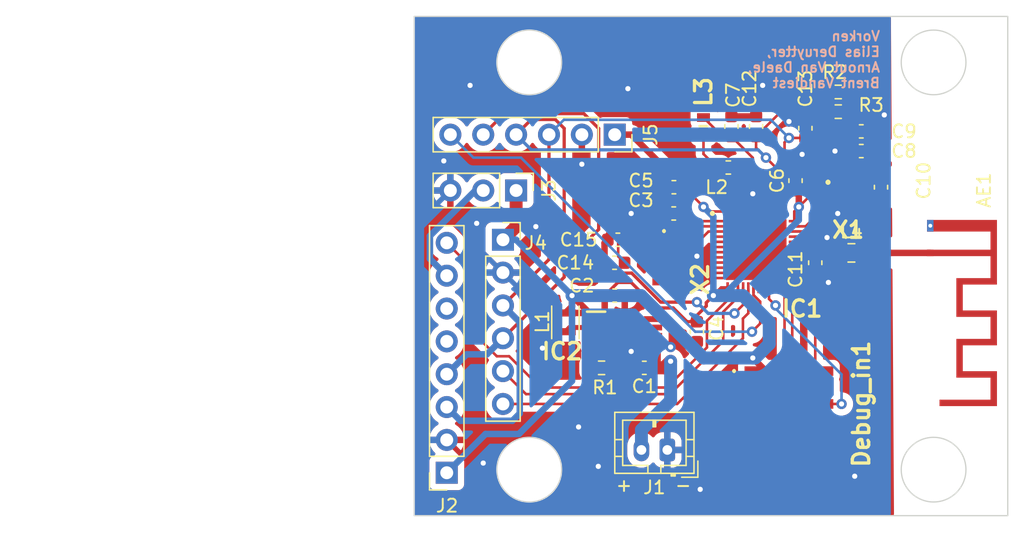
<source format=kicad_pcb>
(kicad_pcb (version 20221018) (generator pcbnew)
  (layers (0 "F.Cu" signal) (31 "B.Cu" signal) (34 "B.Paste" user) (35 "F.Paste" user) (36 "B.SilkS" user "B.Silkscreen") (37 "F.SilkS" user "F.Silkscreen") (38 "B.Mask" user) (39 "F.Mask" user) (44 "Edge.Cuts" user))
  (net 0 "")
  (net 1 "Net-(AE1-A)")
  (net 2 "Net-(IC2-EN)")
  (net 3 "GND")
  (net 4 "VDD")
  (net 5 "Net-(IC1-DEC1)")
  (net 6 "Net-(IC1-DEC4)")
  (net 7 "Net-(IC1-XC2)")
  (net 8 "Net-(IC1-XC1)")
  (net 9 "Net-(IC1-DEC3)")
  (net 10 "Net-(IC1-ANT)")
  (net 11 "SDA")
  (net 12 "SCL")
  (net 13 "Net-(IC1-P0.00{slash}XL1)")
  (net 14 "Net-(IC1-P0.01{slash}XL2)")
  (net 15 "SWDIO")
  (net 16 "SWDCLK")
  (net 17 "SWO")
  (net 20 "NRESET")
  (net 30 "Acc_int")
  (net 31 "ToF1_INT")
  (net 32 "ToF2_INT")
  (net 33 "ToF1_XSHUT")
  (net 34 "ToF2_XSHUT")
  (net 49 "Net-(IC1-DCC)")
  (net 50 "Net-(IC2-SW)")
  (net 51 "Net-(IC2-VSET)")
  (net 55 "Net-(J2-Pin_7)")
  (net 56 "Net-(L2-Pad1)")
  (footprint "Capacitor_SMD:C_0603_1608Metric" (layer "F.Cu") (at 142.748 62.23)
    (fp_text reference "C8")
    (fp_text value "12pF")
  )
  (footprint "footprints:QFN40P600X600X95-49N" (layer "F.Cu") (at 134.62 69.85)
    (fp_text reference "IC1")
    (fp_text value "NRF52832-QFAA-G-R7" hide)
  )
  (footprint "Inductor_SMD:L_0805_2012Metric_Pad1.15x1.40mm_HandSolder" (layer "F.Cu") (at 141.986 70.104)
    (fp_text reference "L4")
    (fp_text value "3.9nH")
  )
  (footprint "Capacitor_SMD:C_0603_1608Metric" (layer "F.Cu") (at 137.668 64.516 90)
    (fp_text reference "C6")
    (fp_text value "4.7uF")
  )
  (footprint "Capacitor_SMD:C_0603_1608Metric" (layer "F.Cu") (at 125.984 78.994 180)
    (fp_text reference "C1")
    (fp_text value "4.7uF")
  )
  (footprint "Capacitor_SMD:C_0603_1608Metric" (layer "F.Cu") (at 123.698 73.406)
    (fp_text reference "C2")
    (fp_text value "10uF")
  )
  (footprint "Connector_PinSocket_2.54mm:PinSocket_1x06_P2.54mm_Vertical" (layer "F.Cu") (at 123.698 60.96 -90)
    (fp_text reference "J5")
    (fp_text value "Conn_01x06_Socket")
  )
  (footprint "footprints:SOP65P490X110-9N" (layer "F.Cu") (at 124.46 76.2)
    (fp_text reference "IC2")
    (fp_text value "TPS62842DGRR" hide)
  )
  (footprint "Connector_JST:JST_PH_B2B-PH-K_1x02_P2.00mm_Vertical" (layer "F.Cu") (at 127.762 85.344 180)
    (fp_text reference "J1")
    (fp_text value "Battery power in")
  )
  (footprint "footprints:LQW18AS10NG0CD" (layer "F.Cu") (at 130.556 60.298 -90)
    (fp_text reference "L3")
    (fp_text value "15nH" hide)
  )
  (footprint "Capacitor_SMD:C_0603_1608Metric" (layer "F.Cu") (at 138.43 60.465 90)
    (fp_text reference "C13")
    (fp_text value "12pF")
  )
  (footprint "Resistor_SMD:R_0603_1608Metric" (layer "F.Cu") (at 140.97 59.182 180)
    (fp_text reference "R3")
    (fp_text value "4,7kOhm")
  )
  (footprint "Capacitor_SMD:C_0603_1608Metric" (layer "F.Cu") (at 132.715 60.325 90)
    (fp_text reference "C7")
    (fp_text value "1uF")
  )
  (footprint "Capacitor_SMD:C_0603_1608Metric" (layer "F.Cu") (at 123.939 69.088 180)
    (fp_text reference "C15")
    (fp_text value "12pF")
  )
  (footprint "Connector_PinSocket_2.54mm:PinSocket_1x06_P2.54mm_Vertical" (layer "F.Cu") (at 115.062 69.088)
    (fp_text reference "J4")
    (fp_text value "Conn_01x06_Socket")
  )
  (footprint "footprints:FTSH10501LDVK" (layer "F.Cu") (at 135.122 81.788 -90)
    (fp_text reference "Debug_in1")
    (fp_text value "Pin header 2x5, 1.27mm" hide)
  )
  (footprint "footprints:CX2016DB32000D0FLJCC" (layer "F.Cu") (at 141.478 65.34 -90)
    (fp_text reference "X1")
    (fp_text value "32MHz" hide)
  )
  (footprint "Resistor_SMD:R_0603_1608Metric" (layer "F.Cu") (at 122.682 78.994)
    (fp_text reference "R1")
    (fp_text value "11.5kOhm")
  )
  (footprint "Capacitor_SMD:C_0603_1608Metric" (layer "F.Cu") (at 142.748 60.706)
    (fp_text reference "C9")
    (fp_text value "12pF")
  )
  (footprint "Inductor_SMD:L_Murata_DFE201610P" (layer "F.Cu") (at 119.888 75.475 -90)
    (fp_text reference "L1")
    (fp_text value "2.2uH")
  )
  (footprint "Capacitor_SMD:C_0603_1608Metric" (layer "F.Cu") (at 134.62 60.325 90)
    (fp_text reference "C12")
    (fp_text value "12pF")
  )
  (footprint "Capacitor_SMD:C_0603_1608Metric" (layer "F.Cu") (at 144.272 65.024 -90)
    (fp_text reference "C10")
    (fp_text value "100pF")
  )
  (footprint "RF_Antenna:Texas_SWRA117D_2.4GHz_Right" (layer "F.Cu") (at 148.082 70.104 -90)
    (fp_text reference "AE1")
    (fp_text value "Antenna")
  )
  (footprint "Capacitor_SMD:C_0603_1608Metric" (layer "F.Cu") (at 139.192 70.866 -90)
    (fp_text reference "C11")
    (fp_text value "0.8pF")
  )
  (footprint "Capacitor_SMD:C_0603_1608Metric" (layer "F.Cu") (at 130.048 76.2 -90)
    (fp_text reference "C4")
    (fp_text value "100nF")
  )
  (footprint "Inductor_SMD:L_0603_1608Metric_Pad1.05x0.95mm_HandSolder" (layer "F.Cu") (at 132.475 63.5)
    (fp_text reference "L2")
    (fp_text value "10uH")
  )
  (footprint "footprints:NX3215SA32768KSTDMUA9" (layer "F.Cu") (at 127.508 70.866 -90)
    (fp_text reference "X2")
    (fp_text value "32.768kHz" hide)
  )
  (footprint "Resistor_SMD:R_0603_1608Metric" (layer "F.Cu") (at 140.97 57.658 180)
    (fp_text reference "R2")
    (fp_text value "4,7kOhm")
  )
  (footprint "Connector_PinSocket_2.54mm:PinSocket_1x08_P2.54mm_Vertical" (layer "F.Cu") (at 110.719 87.107 180)
    (fp_text reference "J2")
    (fp_text value "Conn_01x08_Socket")
  )
  (footprint "Capacitor_SMD:C_0603_1608Metric" (layer "F.Cu") (at 128.257 67.056)
    (fp_text reference "C3")
    (fp_text value "100nF")
  )
  (footprint "Capacitor_SMD:C_0603_1608Metric" (layer "F.Cu") (at 128.27 65.024 180)
    (fp_text reference "C5")
    (fp_text value "100nF")
  )
  (footprint "Connector_PinHeader_2.54mm:PinHeader_1x03_P2.54mm_Vertical" (layer "F.Cu") (at 116.078 65.278 -90)
    (fp_text reference "J3")
    (fp_text value "Conn_01x03_Pin")
  )
  (footprint "Capacitor_SMD:C_0603_1608Metric" (layer "F.Cu") (at 123.685 70.866 180)
    (fp_text reference "C14")
    (fp_text value "12pF")
  )
  (gr_circle (center 148.336 86.868) (end 150.836 86.868) (stroke (width 0.1)) (fill none) (layer "Edge.Cuts"))
  (gr_rect (start 108.204 51.816) (end 154.064733 90.424) (stroke (width 0.1)) (fill none) (layer "Edge.Cuts"))
  (gr_circle (center 117.094 86.868) (end 119.594 86.868) (stroke (width 0.1)) (fill none) (layer "Edge.Cuts"))
  (gr_circle (center 117.094 55.372) (end 119.594 55.372) (stroke (width 0.1)) (fill none) (layer "Edge.Cuts"))
  (gr_circle (center 148.336 55.372) (end 150.836 55.372) (stroke (width 0.1)) (fill none) (layer "Edge.Cuts"))
  (gr_text "Vorken\nElias Deruytter, \nArnout Van Daele, \nBrent Vandiest" (at 144.272 57.404) (layer "B.SilkS") (effects (font (size 0.75 0.75)) (justify left bottom mirror)))
  (gr_text "-" (at 128.27 88.646) (layer "F.SilkS") (effects (font (size 1 1)) (justify left bottom)))
  (gr_text "+" (at 123.698 88.646) (layer "F.SilkS") (effects (font (size 1 1)) (justify left bottom)))
  (segment (start 143.011 70.104) (end 145.043 70.104) (width 0.5) (layer "F.Cu") (net 1))
  (segment (start 148.082 70.104) (end 148.069 70.091) (width 0.2) (layer "F.Cu") (net 1))
  (segment (start 145.043 70.104) (end 148.082 70.104) (width 0.5) (layer "F.Cu") (net 1))
  (segment (start 126.759 78.994) (end 127.508 78.994) (width 1) (layer "F.Cu") (net 2))
  (segment (start 126.759 78.994) (end 126.759 76.962) (width 1) (layer "F.Cu") (net 2))
  (segment (start 127.508 78.994) (end 128.016 78.486) (width 1) (layer "F.Cu") (net 2))
  (via (at 128.016 78.486) (size 0.8) (drill 0.4) (layers "F.Cu" "B.Cu") (net 2))
  (segment (start 128.016 81.534) (end 128.016 78.486) (width 1) (layer "B.Cu") (net 2))
  (segment (start 125.762 83.788) (end 128.016 81.534) (width 1) (layer "B.Cu") (net 2))
  (segment (start 125.762 85.344) (end 125.762 83.788) (width 1) (layer "B.Cu") (net 2))
  (segment (start 138.195 69.65) (end 137.57 69.65) (width 0.2) (layer "F.Cu") (net 3))
  (segment (start 138.595 69.25) (end 138.195 69.65) (width 0.2) (layer "F.Cu") (net 3))
  (segment (start 144.272 64.249) (end 144.673 63.848) (width 0.2) (layer "F.Cu") (net 3))
  (segment (start 141.6 62.23) (end 140.716 62.23) (width 0.2) (layer "F.Cu") (net 3))
  (segment (start 144.673 63.848) (end 144.673 59.583) (width 0.2) (layer "F.Cu") (net 3))
  (segment (start 140.208 72.39) (end 139.459 71.641) (width 0.5) (layer "F.Cu") (net 3))
  (segment (start 124.46 77.216) (end 124.968 77.724) (width 0.381) (layer "F.Cu") (net 3))
  (segment (start 140.101222 68.9175) (end 139.281556 68.9175) (width 0.2) (layer "F.Cu") (net 3))
  (segment (start 141.6 64.008) (end 141.6 62.23) (width 0.2) (layer "F.Cu") (net 3))
  (segment (start 139.281556 68.9175) (end 138.949056 69.25) (width 0.2) (layer "F.Cu") (net 3))
  (segment (start 133.62 68.85) (end 134.62 69.85) (width 0.2) (layer "F.Cu") (net 3))
  (segment (start 133.604 68.834) (end 133.62 68.85) (width 0.2) (layer "F.Cu") (net 3))
  (segment (start 139.459 71.641) (end 139.192 71.641) (width 0.5) (layer "F.Cu") (net 3))
  (segment (start 141.973 60.973) (end 141.973 60.706) (width 0.381) (layer "F.Cu") (net 3))
  (segment (start 112.512 86.36) (end 113.538 86.36) (width 0.4) (layer "F.Cu") (net 3))
  (segment (start 126.66 75.225) (end 125.435 75.225) (width 0.381) (layer "F.Cu") (net 3))
  (segment (start 127.495 67.043) (end 127.482 67.056) (width 0.381) (layer "F.Cu") (net 3))
  (segment (start 125.209 77.724) (end 125.209 78.994) (width 0.381) (layer "F.Cu") (net 3))
  (segment (start 124.968 77.724) (end 125.209 77.724) (width 0.381) (layer "F.Cu") (net 3))
  (segment (start 133.62 66.9) (end 133.62 66.278) (width 0.2) (layer "F.Cu") (net 3))
  (segment (start 124.135 76.525) (end 124.46 76.2) (width 0.381) (layer "F.Cu") (net 3))
  (segment (start 138.176 62.484) (end 137.668 62.992) (width 0.381) (layer "F.Cu") (net 3))
  (segment (start 127.495 65.024) (end 127.495 67.043) (width 0.381) (layer "F.Cu") (net 3))
  (segment (start 140.928 67.056) (end 140.928 66.486) (width 0.2) (layer "F.Cu") (net 3))
  (segment (start 133.62 66.278) (end 134.366 65.532) (width 0.2) (layer "F.Cu") (net 3))
  (segment (start 137.668 62.992) (end 137.668 63.741) (width 0.381) (layer "F.Cu") (net 3))
  (segment (start 122.91 69.342) (end 123.164 69.088) (width 0.5) (layer "F.Cu") (net 3))
  (segment (start 124.46 73.419) (end 124.46 76.2) (width 0.2) (layer "F.Cu") (net 3))
  (segment (start 124.46 76.2) (end 124.46 77.216) (width 0.381) (layer "F.Cu") (net 3))
  (segment (start 138.43 59.69) (end 137.414 59.69) (width 0.381) (layer "F.Cu") (net 3))
  (segment (start 110.719 84.567) (end 112.512 86.36) (width 0.4) (layer "F.Cu") (net 3))
  (segment (start 128.4275 76.975) (end 130.048 76.975) (width 0.381) (layer "F.Cu") (net 3))
  (segment (start 123.164 68.802314) (end 124.910314 67.056) (width 0.2) (layer "F.Cu") (net 3))
  (segment (start 133.62 66.9) (end 133.604 68.834) (width 0.2) (layer "F.Cu") (net 3))
  (segment (start 138.949056 69.25) (end 138.595 69.25) (width 0.2) (layer "F.Cu") (net 3))
  (segment (start 142.028 64.436) (end 141.6 64.008) (width 0.2) (layer "F.Cu") (net 3))
  (segment (start 128.016 77.3865) (end 128.4275 76.975) (width 0.381) (layer "F.Cu") (net 3))
  (segment (start 110.998 67.564) (end 110.998 65.278) (width 0.381) (layer "F.Cu") (net 3))
  (segment (start 124.473 73.406) (end 124.46 73.419) (width 0.2) (layer "F.Cu") (net 3))
  (segment (start 124.968 67.056) (end 127.482 67.056) (width 0.2) (layer "F.Cu") (net 3))
  (segment (start 134.82 69.65) (end 134.62 69.85) (width 0.2) (layer "F.Cu") (net 3))
  (segment (start 137.414 59.69) (end 137.16 59.944) (width 0.381) (layer "F.Cu") (net 3))
  (segment (start 125.435 75.225) (end 124.46 76.2) (width 0.381) (layer "F.Cu") (net 3))
  (segment (start 124.910314 67.056) (end 124.968 67.056) (width 0.2) (layer "F.Cu") (net 3))
  (segment (start 122.26 76.525) (end 124.135 76.525) (width 0.381) (layer "F.Cu") (net 3))
  (segment (start 121.158 63.246) (end 121.158 60.96) (width 0.381) (layer "F.Cu") (net 3))
  (segment (start 123.164 69.088) (end 123.164 68.802314) (width 0.2) (layer "F.Cu") (net 3))
  (segment (start 141.973 62.23) (end 140.716 62.23) (width 0.2) (layer "F.Cu") (net 3))
  (segment (start 140.716 62.23) (end 141.973 60.973) (width 0.381) (layer "F.Cu") (net 3))
  (segment (start 122.91 70.866) (end 122.91 69.342) (width 0.5) (layer "F.Cu") (net 3))
  (segment (start 137.57 69.65) (end 134.82 69.65) (width 0.2) (layer "F.Cu") (net 3))
  (segment (start 144.673 59.583) (end 144.526 59.436) (width 0.2) (layer "F.Cu") (net 3))
  (segment (start 115.062 71.628) (end 110.998 67.564) (width 0.381) (layer "F.Cu") (net 3))
  (via (at 124.714 57.404) (size 0.8) (drill 0.4) (layers "F.Cu" "B.Cu") (net 3))
  (via (at 120.904 83.566) (size 0.8) (drill 0.4) (layers "F.Cu" "B.Cu") (net 3))
  (via (at 118.11 77.47) (size 0.8) (drill 0.4) (layers "F.Cu" "B.Cu") (net 3))
  (via (at 122.428 86.614) (size 0.8) (drill 0.4) (layers "F.Cu" "B.Cu") (net 3))
  (via (at 140.928 67.056) (size 0.8) (drill 0.4) (layers "F.Cu" "B.Cu") (net 3))
  (via (at 130.302 88.392) (size 0.8) (drill 0.4) (layers "F.Cu" "B.Cu") (net 3))
  (via (at 124.968 77.724) (size 0.8) (drill 0.4) (layers "F.Cu" "B.Cu") (net 3))
  (via (at 121.158 63.246) (size 0.8) (drill 0.4) (layers "F.Cu" "B.Cu") (net 3))
  (via (at 142.24 87.376) (size 0.8) (drill 0.4) (layers "F.Cu" "B.Cu") (net 3))
  (via (at 140.716 62.23) (size 0.8) (drill 0.4) (layers "F.Cu" "B.Cu") (net 3))
  (via (at 138.176 62.484) (size 0.8) (drill 0.4) (layers "F.Cu" "B.Cu") (net 3))
  (via (at 140.101222 68.9175) (size 0.8) (drill 0.4) (layers "F.Cu" "B.Cu") (net 3))
  (via (at 140.208 72.39) (size 0.8) (drill 0.4) (layers "F.Cu" "B.Cu") (net 3))
  (via (at 144.526 59.436) (size 0.8) (drill 0.4) (layers "F.Cu" "B.Cu") (net 3))
  (via (at 113.03 67.818) (size 0.8) (drill 0.4) (layers "F.Cu" "B.Cu") (net 3))
  (via (at 112.522 57.15) (size 0.8) (drill 0.4) (layers "F.Cu" "B.Cu") (net 3))
  (via (at 110.49 62.992) (size 0.8) (drill 0.4) (layers "F.Cu" "B.Cu") (net 3))
  (via (at 134.366 65.532) (size 0.8) (drill 0.4) (layers "F.Cu" "B.Cu") (net 3))
  (via (at 137.16 59.944) (size 0.8) (drill 0.4) (layers "F.Cu" "B.Cu") (net 3))
  (via (at 130.048 70.358) (size 0.8) (drill 0.4) (layers "F.Cu" "B.Cu") (net 3))
  (via (at 117.602 68.072) (size 0.8) (drill 0.4) (layers "F.Cu" "B.Cu") (net 3))
  (via (at 113.538 86.36) (size 0.8) (drill 0.4) (layers "F.Cu" "B.Cu") (net 3))
  (via (at 128.016 77.3865) (size 0.8) (drill 0.4) (layers "F.Cu" "B.Cu") (net 3))
  (via (at 135.128 57.15) (size 0.8) (drill 0.4) (layers "F.Cu" "B.Cu") (net 3))
  (via (at 124.968 67.056) (size 0.8) (drill 0.4) (layers "F.Cu" "B.Cu") (net 3))
  (segment (start 113.03 69.596) (end 113.03 67.818) (width 0.381) (layer "B.Cu") (net 3))
  (segment (start 108.981 84.567) (end 108.966 84.582) (width 0.4) (layer "B.Cu") (net 3))
  (segment (start 118.11 74.676) (end 118.11 77.47) (width 0.381) (layer "B.Cu") (net 3))
  (segment (start 108.769 67.507) (end 110.998 65.278) (width 0.4) (layer "B.Cu") (net 3))
  (segment (start 108.966 84.582) (end 108.769 84.385) (width 0.4) (layer "B.Cu") (net 3))
  (segment (start 115.062 71.628) (end 113.03 69.596) (width 0.381) (layer "B.Cu") (net 3))
  (segment (start 115.062 71.628) (end 118.11 74.676) (width 0.381) (layer "B.Cu") (net 3))
  (segment (start 108.769 84.385) (end 108.769 67.507) (width 0.4) (layer "B.Cu") (net 3))
  (segment (start 110.719 84.567) (end 108.981 84.567) (width 0.4) (layer "B.Cu") (net 3))
  (segment (start 122.923 74.562) (end 122.898 74.562) (width 0.4) (layer "F.Cu") (net 4))
  (segment (start 120.396 73.406) (end 122.19 75.2) (width 0.5) (layer "F.Cu") (net 4))
  (segment (start 137.922 66.548) (end 137.922 65.545) (width 0.5) (layer "F.Cu") (net 4))
  (segment (start 137.57 67.65) (end 137.57 66.9) (width 0.2) (layer "F.Cu") (net 4))
  (segment (start 130.921 66.9) (end 129.045 65.024) (width 0.2) (layer "F.Cu") (net 4))
  (segment (start 130.773 73.951) (end 131.924 72.8) (width 0.25) (layer "F.Cu") (net 4))
  (segment (start 126.942 74.364) (end 128.225 74.364) (width 0.25) (layer "F.Cu") (net 4))
  (segment (start 130.773 74.214305) (end 130.773 73.951) (width 0.25) (layer "F.Cu") (net 4))
  (segment (start 131.924 72.8) (end 132.395 72.8) (width 0.25) (layer "F.Cu") (net 4))
  (segment (start 124.981 60.96) (end 123.698 60.96) (width 0.5) (layer "F.Cu") (net 4))
  (segment (start 137.57 66.9) (end 139.192 65.278) (width 0.2) (layer "F.Cu") (net 4))
  (segment (start 128.225 74.364) (end 129.286 75.425) (width 0.25) (layer "F.Cu") (net 4))
  (segment (start 122.923 73.406) (end 123.939 72.39) (width 0.25) (layer "F.Cu") (net 4))
  (segment (start 129.045 65.024) (end 124.981 60.96) (width 0.5) (layer "F.Cu") (net 4))
  (segment (start 116.078 68.072) (end 115.062 69.088) (width 1) (layer "F.Cu") (net 4))
  (segment (start 123.939 72.39) (end 124.968 72.39) (width 0.25) (layer "F.Cu") (net 4))
  (segment (start 120.396 74.242) (end 120.396 73.406) (width 0.5) (layer "F.Cu") (net 4))
  (segment (start 135.122 78.988) (end 134.366 78.232) (width 0.5) (layer "F.Cu") (net 4))
  (segment (start 122.923 74.562) (end 122.26 75.225) (width 0.4) (layer "F.Cu") (net 4))
  (segment (start 139.192 61.785) (end 141.795 59.182) (width 0.2) (layer "F.Cu") (net 4))
  (segment (start 124.968 72.39) (end 126.942 74.364) (width 0.25) (layer "F.Cu") (net 4))
  (segment (start 122.735 74.75) (end 122.923 74.562) (width 0.5) (layer "F.Cu") (net 4))
  (segment (start 119.888 74.75) (end 120.396 74.242) (width 0.5) (layer "F.Cu") (net 4))
  (segment (start 129.562305 75.425) (end 130.773 74.214305) (width 0.25) (layer "F.Cu") (net 4))
  (segment (start 116.078 65.278) (end 116.078 68.072) (width 1) (layer "F.Cu") (net 4))
  (segment (start 139.192 65.278) (end 139.192 61.785) (width 0.2) (layer "F.Cu") (net 4))
  (segment (start 122.19 75.2) (end 122.26 75.2) (width 0.5) (layer "F.Cu") (net 4))
  (segment (start 141.795 59.182) (end 141.795 57.658) (width 0.2) (layer "F.Cu") (net 4))
  (segment (start 122.898 74.562) (end 122.26 75.2) (width 0.4) (layer "F.Cu") (net 4))
  (segment (start 119.888 74.75) (end 122.735 74.75) (width 0.5) (layer "F.Cu") (net 4))
  (segment (start 129.286 75.425) (end 129.562305 75.425) (width 0.25) (layer "F.Cu") (net 4))
  (segment (start 135.122 79.248) (end 135.122 78.988) (width 0.2) (layer "F.Cu") (net 4))
  (segment (start 137.922 65.545) (end 137.668 65.291) (width 0.5) (layer "F.Cu") (net 4))
  (segment (start 122.923 73.406) (end 122.923 74.562) (width 0.5) (layer "F.Cu") (net 4))
  (segment (start 132.42 66.9) (end 130.921 66.9) (width 0.2) (layer "F.Cu") (net 4))
  (segment (start 120.396 73.406) (end 122.923 73.406) (width 0.5) (layer "F.Cu") (net 4))
  (via (at 137.922 66.548) (size 0.8) (drill 0.4) (layers "F.Cu" "B.Cu") (net 4))
  (via (at 134.366 78.232) (size 0.8) (drill 0.4) (layers "F.Cu" "B.Cu") (net 4))
  (via (at 131.318 73.406) (size 0.8) (drill 0.4) (layers "F.Cu" "B.Cu") (net 4))
  (via (at 120.396 73.406) (size 0.8) (drill 0.4) (layers "F.Cu" "B.Cu") (net 4))
  (via (at 130.556 66.548) (size 0.8) (drill 0.4) (layers "F.Cu" "B.Cu") (net 4))
  (segment (start 137.922 66.548) (end 137.922 67.564) (width 0.5) (layer "B.Cu") (net 4))
  (segment (start 137.922 67.564) (end 132.08 73.406) (width 0.5) (layer "B.Cu") (net 4))
  (segment (start 116.078 69.088) (end 115.062 69.088) (width 0.5) (layer "B.Cu") (net 4))
  (segment (start 131.318 67.31) (end 130.556 66.548) (width 0.5) (layer "B.Cu") (net 4))
  (segment (start 113.715975 84.110025) (end 116.295975 84.110025) (width 0.5) (layer "B.Cu") (net 4))
  (segment (start 134.552082 78.232) (end 135.636 77.148082) (width 1) (layer "B.Cu") (net 4))
  (segment (start 135.636 77.148082) (end 135.636 75.438) (width 1) (layer "B.Cu") (net 4))
  (segment (start 133.604 73.406) (end 131.318 73.406) (width 1) (layer "B.Cu") (net 4))
  (segment (start 134.366 78.232) (end 134.552082 78.232) (width 1) (layer "B.Cu") (net 4))
  (segment (start 135.636 75.438) (end 133.604 73.406) (width 1) (layer "B.Cu") (net 4))
  (segment (start 120.396 80.01) (end 120.396 73.406) (width 0.5) (layer "B.Cu") (net 4))
  (segment (start 131.318 73.406) (end 131.318 67.31) (width 0.5) (layer "B.Cu") (net 4))
  (segment (start 130.556 78.232) (end 134.366 78.232) (width 1) (layer "B.Cu") (net 4))
  (segment (start 120.396 73.406) (end 125.73 73.406) (width 1) (layer "B.Cu") (net 4))
  (segment (start 110.719 87.107) (end 113.715975 84.110025) (width 0.5) (layer "B.Cu") (net 4))
  (segment (start 125.73 73.406) (end 130.556 78.232) (width 1) (layer "B.Cu") (net 4))
  (segment (start 120.396 73.406) (end 116.078 69.088) (width 0.5) (layer "B.Cu") (net 4))
  (segment (start 116.295975 84.110025) (end 120.396 80.01) (width 0.5) (layer "B.Cu") (net 4))
  (segment (start 132.08 73.406) (end 131.318 73.406) (width 0.5) (layer "B.Cu") (net 4))
  (segment (start 129.626 67.65) (end 129.032 67.056) (width 0.2) (layer "F.Cu") (net 5))
  (segment (start 131.67 67.65) (end 129.626 67.65) (width 0.2) (layer "F.Cu") (net 5))
  (segment (start 134.366 64.008) (end 133.22 65.154) (width 0.2) (layer "F.Cu") (net 6))
  (segment (start 130.556 59.636) (end 132.02 61.1) (width 0.2) (layer "F.Cu") (net 6))
  (segment (start 132.02 61.1) (end 132.715 61.1) (width 0.2) (layer "F.Cu") (net 6))
  (segment (start 132.715 61.1) (end 134.366 62.751) (width 0.2) (layer "F.Cu") (net 6))
  (segment (start 133.22 65.154) (end 133.22 66.9) (width 0.2) (layer "F.Cu") (net 6))
  (segment (start 134.366 62.751) (end 134.366 64.008) (width 0.2) (layer "F.Cu") (net 6))
  (segment (start 140.778 64.708) (end 140.928 64.708) (width 0.2) (layer "F.Cu") (net 7))
  (segment (start 139.954 66.548) (end 139.954 65.532) (width 0.2) (layer "F.Cu") (net 7))
  (segment (start 139.954 65.532) (end 140.778 64.708) (width 0.2) (layer "F.Cu") (net 7))
  (segment (start 137.57 68.05) (end 138.452 68.05) (width 0.2) (layer "F.Cu") (net 7))
  (segment (start 138.452 68.05) (end 139.954 66.548) (width 0.2) (layer "F.Cu") (net 7))
  (segment (start 142.028 66.04) (end 143.256 64.812) (width 0.2) (layer "F.Cu") (net 8))
  (segment (start 142.028 67.31) (end 142.028 66.04) (width 0.2) (layer "F.Cu") (net 8))
  (segment (start 138.612 68.45) (end 137.57 68.45) (width 0.2) (layer "F.Cu") (net 8))
  (segment (start 141.52 67.818) (end 142.028 67.31) (width 0.2) (layer "F.Cu") (net 8))
  (segment (start 143.256 64.008) (end 144.273 62.991) (width 0.2) (layer "F.Cu") (net 8))
  (segment (start 144.273 62.991) (end 144.273 61.456) (width 0.2) (layer "F.Cu") (net 8))
  (segment (start 138.617686 68.45) (end 139.249687 67.818) (width 0.2) (layer "F.Cu") (net 8))
  (segment (start 143.256 64.812) (end 143.256 64.008) (width 0.2) (layer "F.Cu") (net 8))
  (segment (start 144.273 61.456) (end 143.523 60.706) (width 0.2) (layer "F.Cu") (net 8))
  (segment (start 137.57 68.45) (end 138.617686 68.45) (width 0.2) (layer "F.Cu") (net 8))
  (segment (start 139.249687 67.818) (end 141.52 67.818) (width 0.2) (layer "F.Cu") (net 8))
  (segment (start 139.415372 68.218) (end 142.523686 68.218) (width 0.2) (layer "F.Cu") (net 9))
  (segment (start 138.783371 68.85) (end 139.415372 68.218) (width 0.2) (layer "F.Cu") (net 9))
  (segment (start 142.523686 68.218) (end 144.272 66.469686) (width 0.2) (layer "F.Cu") (net 9))
  (segment (start 144.272 66.469686) (end 144.272 65.799) (width 0.2) (layer "F.Cu") (net 9))
  (segment (start 137.57 68.85) (end 138.783371 68.85) (width 0.2) (layer "F.Cu") (net 9))
  (segment (start 144.272 65.799) (end 144.272 65.532) (width 0.2) (layer "F.Cu") (net 9))
  (segment (start 140.961 70.104) (end 139.205 70.104) (width 0.5) (layer "F.Cu") (net 10))
  (segment (start 137.57 70.05) (end 141.183 70.05) (width 0.2) (layer "F.Cu") (net 10))
  (segment (start 141.183 70.05) (end 141.224 70.091) (width 0.2) (layer "F.Cu") (net 10))
  (segment (start 139.205 70.104) (end 139.192 70.091) (width 0.5) (layer "F.Cu") (net 10))
  (segment (start 134.62 61.1) (end 134.62 61.976) (width 0.2) (layer "F.Cu") (net 11))
  (segment (start 119.793 71.977) (end 115.062 76.708) (width 0.25) (layer "F.Cu") (net 11))
  (segment (start 117.253 59.785) (end 119.104701 59.785) (width 0.25) (layer "F.Cu") (net 11))
  (segment (start 138.062 57.658) (end 140.145 57.658) (width 0.2) (layer "F.Cu") (net 11))
  (segment (start 136.42 63.776) (end 136.42 66.9) (width 0.2) (layer "F.Cu") (net 11))
  (segment (start 119.793 60.473299) (end 119.793 71.977) (width 0.25) (layer "F.Cu") (net 11))
  (segment (start 116.078 60.96) (end 117.253 59.785) (width 0.25) (layer "F.Cu") (net 11))
  (segment (start 119.104701 59.785) (end 119.793 60.473299) (width 0.25) (layer "F.Cu") (net 11))
  (segment (start 134.62 61.1) (end 138.062 57.658) (width 0.2) (layer "F.Cu") (net 11))
  (segment (start 134.62 61.976) (end 136.42 63.776) (width 0.2) (layer "F.Cu") (net 11))
  (via (at 135.382 62.738) (size 0.8) (drill 0.4) (layers "F.Cu" "B.Cu") (net 11))
  (segment (start 134.779 62.135) (end 135.382 62.738) (width 0.25) (layer "B.Cu") (net 11))
  (segment (start 117.253 62.135) (end 134.779 62.135) (width 0.25) (layer "B.Cu") (net 11))
  (segment (start 113.822 77.948) (end 115.062 76.708) (width 0.5) (layer "B.Cu") (net 11))
  (segment (start 112.258 77.948) (end 113.822 77.948) (width 0.5) (layer "B.Cu") (net 11))
  (segment (start 116.078 60.96) (end 117.253 62.135) (width 0.25) (layer "B.Cu") (net 11))
  (segment (start 110.719 79.487) (end 112.258 77.948) (width 0.5) (layer "B.Cu") (net 11))
  (segment (start 137.16 61.214) (end 138.404 61.214) (width 0.2) (layer "F.Cu") (net 12))
  (segment (start 118.618 60.96) (end 118.618 70.612) (width 0.25) (layer "F.Cu") (net 12))
  (segment (start 139.903 58.94) (end 140.145 59.182) (width 0.2) (layer "F.Cu") (net 12))
  (segment (start 140.145 59.525) (end 140.145 59.182) (width 0.2) (layer "F.Cu") (net 12))
  (segment (start 136.82 66.9) (end 136.82 61.554) (width 0.2) (layer "F.Cu") (net 12))
  (segment (start 118.618 70.612) (end 115.062 74.168) (width 0.25) (layer "F.Cu") (net 12))
  (segment (start 136.82 61.554) (end 137.16 61.214) (width 0.2) (layer "F.Cu") (net 12))
  (segment (start 138.404 61.214) (end 138.43 61.24) (width 0.2) (layer "F.Cu") (net 12))
  (segment (start 138.43 61.24) (end 140.145 59.525) (width 0.2) (layer "F.Cu") (net 12))
  (via (at 137.16 61.214) (size 0.8) (drill 0.4) (layers "F.Cu" "B.Cu") (net 12))
  (segment (start 111.78 83.088) (end 115.794 83.088) (width 0.5) (layer "B.Cu") (net 12))
  (segment (start 119.768 59.81) (end 118.618 60.96) (width 0.2) (layer "B.Cu") (net 12))
  (segment (start 110.719 82.027) (end 111.78 83.088) (width 0.5) (layer "B.Cu") (net 12))
  (segment (start 116.362 75.468) (end 115.062 74.168) (width 0.5) (layer "B.Cu") (net 12))
  (segment (start 137.16 61.214) (end 135.756 59.81) (width 0.2) (layer "B.Cu") (net 12))
  (segment (start 135.756 59.81) (end 119.768 59.81) (width 0.2) (layer "B.Cu") (net 12))
  (segment (start 116.362 82.52) (end 116.362 75.468) (width 0.5) (layer "B.Cu") (net 12))
  (segment (start 115.794 83.088) (end 116.362 82.52) (width 0.5) (layer "B.Cu") (net 12))
  (segment (start 123.964 68.568) (end 123.964 70.37) (width 0.2) (layer "F.Cu") (net 13))
  (segment (start 127.508 69.616) (end 127.508 68.812) (width 0.2) (layer "F.Cu") (net 13))
  (segment (start 126.746 68.05) (end 124.482 68.05) (width 0.2) (layer "F.Cu") (net 13))
  (segment (start 127.508 68.812) (end 126.746 68.05) (width 0.2) (layer "F.Cu") (net 13))
  (segment (start 124.482 68.05) (end 123.964 68.568) (width 0.2) (layer "F.Cu") (net 13))
  (segment (start 123.964 70.37) (end 124.46 70.866) (width 0.2) (layer "F.Cu") (net 13))
  (segment (start 131.67 68.05) (end 126.746 68.05) (width 0.2) (layer "F.Cu") (net 13))
  (segment (start 127.508 71.887) (end 130.945 68.45) (width 0.2) (layer "F.Cu") (net 14))
  (segment (start 130.945 68.45) (end 131.67 68.45) (width 0.2) (layer "F.Cu") (net 14))
  (segment (start 127.508 72.116) (end 127.508 71.887) (width 0.2) (layer "F.Cu") (net 14))
  (segment (start 124.714 69.088) (end 127.508 71.882) (width 0.2) (layer "F.Cu") (net 14))
  (segment (start 127.508 71.882) (end 127.508 72.116) (width 0.2) (layer "F.Cu") (net 14))
  (segment (start 138.245 71.7) (end 138.195 71.65) (width 0.2) (layer "F.Cu") (net 15))
  (segment (start 139.192 72.898) (end 138.245 71.951) (width 0.2) (layer "F.Cu") (net 15))
  (segment (start 138.195 71.65) (end 137.57 71.65) (width 0.2) (layer "F.Cu") (net 15))
  (segment (start 139.192 79.248) (end 139.192 72.898) (width 0.2) (layer "F.Cu") (net 15))
  (segment (start 138.245 71.951) (end 138.245 71.7) (width 0.2) (layer "F.Cu") (net 15))
  (segment (start 139.192 80.518) (end 138.097 80.518) (width 0.2) (layer "F.Cu") (net 16))
  (segment (start 138.097 80.518) (end 137.414 79.835) (width 0.2) (layer "F.Cu") (net 16))
  (segment (start 137.414 72.206) (end 137.57 72.05) (width 0.2) (layer "F.Cu") (net 16))
  (segment (start 137.414 79.835) (end 137.414 72.206) (width 0.2) (layer "F.Cu") (net 16))
  (segment (start 135.62 73.6675) (end 135.62 72.8) (width 0.2) (layer "F.Cu") (net 17))
  (segment (start 136.1205 74.168) (end 135.62 73.6675) (width 0.2) (layer "F.Cu") (net 17))
  (segment (start 139.192 81.788) (end 141.224 81.788) (width 0.2) (layer "F.Cu") (net 17))
  (via (at 136.1205 74.168) (size 0.8) (drill 0.4) (layers "F.Cu" "B.Cu") (net 17))
  (via (at 141.224 81.788) (size 0.8) (drill 0.4) (layers "F.Cu" "B.Cu") (net 17))
  (segment (start 136.1205 74.3985) (end 141.224 79.502) (width 0.2) (layer "B.Cu") (net 17))
  (segment (start 136.1205 74.168) (end 136.1205 74.3985) (width 0.2) (layer "B.Cu") (net 17))
  (segment (start 141.224 79.502) (end 141.224 81.788) (width 0.2) (layer "B.Cu") (net 17))
  (segment (start 136.82 82.981) (end 136.82 72.8) (width 0.2) (layer "F.Cu") (net 20))
  (segment (start 139.192 84.328) (end 138.167 84.328) (width 0.2) (layer "F.Cu") (net 20))
  (segment (start 138.167 84.328) (end 136.82 82.981) (width 0.2) (layer "F.Cu") (net 20))
  (segment (start 117.958346 80.518) (end 115.538346 78.098) (width 0.2) (layer "F.Cu") (net 30))
  (segment (start 113.284 76.796346) (end 113.284 71.882) (width 0.2) (layer "F.Cu") (net 30))
  (segment (start 132.82 73.359314) (end 130.823 75.356314) (width 0.2) (layer "F.Cu") (net 30))
  (segment (start 132.82 72.8) (end 132.82 73.359314) (width 0.2) (layer "F.Cu") (net 30))
  (segment (start 114.585654 78.098) (end 113.284 76.796346) (width 0.2) (layer "F.Cu") (net 30))
  (segment (start 113.284 71.882) (end 113.274 71.882) (width 0.2) (layer "F.Cu") (net 30))
  (segment (start 130.823 75.356314) (end 130.823 77.417462) (width 0.2) (layer "F.Cu") (net 30))
  (segment (start 115.538346 78.098) (end 114.585654 78.098) (width 0.2) (layer "F.Cu") (net 30))
  (segment (start 113.274 71.882) (end 110.719 69.327) (width 0.2) (layer "F.Cu") (net 30))
  (segment (start 127.722462 80.518) (end 117.958346 80.518) (width 0.2) (layer "F.Cu") (net 30))
  (segment (start 130.823 77.417462) (end 127.722462 80.518) (width 0.2) (layer "F.Cu") (net 30))
  (segment (start 116.84 81.026) (end 127.976462 81.026) (width 0.2) (layer "F.Cu") (net 31))
  (segment (start 132.08 76.922462) (end 132.08 74.665) (width 0.2) (layer "F.Cu") (net 31))
  (segment (start 127.976462 81.026) (end 132.08 76.922462) (width 0.2) (layer "F.Cu") (net 31))
  (segment (start 115.062 79.248) (end 116.84 81.026) (width 0.2) (layer "F.Cu") (net 31))
  (segment (start 132.08 74.665) (end 133.22 73.525) (width 0.2) (layer "F.Cu") (net 31))
  (segment (start 133.22 73.525) (end 133.22 72.8) (width 0.2) (layer "F.Cu") (net 31))
  (segment (start 121.311 59.335) (end 122.457183 60.481183) (width 0.25) (layer "F.Cu") (net 32))
  (segment (start 133.62 74.114244) (end 133.62 72.8) (width 0.2) (layer "F.Cu") (net 32))
  (segment (start 122.457183 60.481183) (end 122.457183 68.288) (width 0.25) (layer "F.Cu") (net 32))
  (segment (start 115.163 59.335) (end 121.311 59.335) (width 0.25) (layer "F.Cu") (net 32))
  (segment (start 122.457183 71.666) (end 125.006 71.666) (width 0.25) (layer "F.Cu") (net 32))
  (segment (start 125.006 71.666) (end 127.254 73.914) (width 0.25) (layer "F.Cu") (net 32))
  (segment (start 122.457183 68.288) (end 121.92 68.825183) (width 0.25) (layer "F.Cu") (net 32))
  (segment (start 127.254 73.914) (end 130.048 73.914) (width 0.25) (layer "F.Cu") (net 32))
  (segment (start 113.538 60.96) (end 115.163 59.335) (width 0.25) (layer "F.Cu") (net 32))
  (segment (start 121.92 68.825183) (end 121.92 71.128817) (width 0.25) (layer "F.Cu") (net 32))
  (segment (start 132.950122 74.784122) (end 133.62 74.114244) (width 0.2) (layer "F.Cu") (net 32))
  (segment (start 121.92 71.128817) (end 122.457183 71.666) (width 0.25) (layer "F.Cu") (net 32))
  (via (at 132.950122 74.784122) (size 0.8) (drill 0.4) (layers "F.Cu" "B.Cu") (net 32))
  (via (at 130.048 73.914) (size 0.8) (drill 0.4) (layers "F.Cu" "B.Cu") (net 32))
  (segment (start 132.950122 74.784122) (end 130.918122 74.784122) (width 0.25) (layer "B.Cu") (net 32))
  (segment (start 130.918122 74.784122) (end 130.048 73.914) (width 0.25) (layer "B.Cu") (net 32))
  (segment (start 134.02 74.768) (end 134.02 72.898) (width 0.2) (layer "F.Cu") (net 33))
  (segment (start 133.604 75.184) (end 134.02 74.768) (width 0.2) (layer "F.Cu") (net 33))
  (segment (start 133.604 76.708) (end 133.604 75.184) (width 0.2) (layer "F.Cu") (net 33))
  (segment (start 115.062 81.788) (end 128.524 81.788) (width 0.2) (layer "F.Cu") (net 33))
  (segment (start 128.524 81.788) (end 133.604 76.708) (width 0.2) (layer "F.Cu") (net 33))
  (segment (start 134.936 73.875314) (end 134.42 73.359314) (width 0.2) (layer "F.Cu") (net 34))
  (segment (start 134.42 73.359314) (end 134.42 72.8) (width 0.2) (layer "F.Cu") (net 34))
  (segment (start 134.3035 76.2) (end 134.936 75.5675) (width 0.2) (layer "F.Cu") (net 34))
  (segment (start 134.936 75.5675) (end 134.936 73.875314) (width 0.2) (layer "F.Cu") (net 34))
  (via (at 134.3035 76.2) (size 0.8) (drill 0.4) (layers "F.Cu" "B.Cu") (net 34))
  (segment (start 112.776 62.738) (end 110.998 60.96) (width 0.2) (layer "B.Cu") (net 34))
  (segment (start 129.914 76.2) (end 116.452 62.738) (width 0.2) (layer "B.Cu") (net 34))
  (segment (start 116.452 62.738) (end 112.776 62.738) (width 0.2) (layer "B.Cu") (net 34))
  (segment (start 134.3035 76.2) (end 129.914 76.2) (width 0.2) (layer "B.Cu") (net 34))
  (segment (start 132.82 64.03) (end 132.82 66.9) (width 0.2) (layer "F.Cu") (net 49))
  (segment (start 133.35 63.5) (end 132.82 64.03) (width 0.2) (layer "F.Cu") (net 49))
  (segment (start 122.26 75.875) (end 120.213 75.875) (width 0.381) (layer "F.Cu") (net 50))
  (segment (start 120.213 75.875) (end 119.888 76.2) (width 0.381) (layer "F.Cu") (net 50))
  (segment (start 122.26 77.47) (end 121.857 77.873) (width 0.5) (layer "F.Cu") (net 51))
  (segment (start 121.857 77.873) (end 121.857 78.994) (width 0.5) (layer "F.Cu") (net 51))
  (segment (start 113.538 65.024) (end 113.538 65.278) (width 0.2) (layer "F.Cu") (net 55))
  (segment (start 109.419 68.788522) (end 112.929522 65.278) (width 0.5) (layer "B.Cu") (net 55))
  (segment (start 109.419 70.567) (end 109.419 68.788522) (width 0.5) (layer "B.Cu") (net 55))
  (segment (start 110.719 71.867) (end 109.419 70.567) (width 0.5) (layer "B.Cu") (net 55))
  (segment (start 112.929522 65.278) (end 113.538 65.278) (width 0.5) (layer "B.Cu") (net 55))
  (segment (start 130.556 60.96) (end 130.556 62.456) (width 0.2) (layer "F.Cu") (net 56))
  (segment (start 130.556 62.456) (end 131.6 63.5) (width 0.2) (layer "F.Cu") (net 56))
  (zone (net 3) (net_name "GND") (layer "F.Cu") (connect_pads (clearance 0.5)) (min_thickness 0.25) (fill yes (thermal_gap 0.5) (thermal_bridge_width 0.5) (island_removal_mode 1) (island_area_min 10))
    (polygon (pts (xy 76.2 51.054) (xy 76.454 92.456) (xy 145.288 92.456) (xy 145.034 51.054)))
  )
  (zone (net 3) (net_name "GND") (layer "B.Cu") (priority 1) (connect_pads (clearance 0.5)) (min_thickness 0.25) (fill yes (thermal_gap 0.5) (thermal_bridge_width 0.5) (island_removal_mode 1) (island_area_min 10))
    (polygon (pts (xy 102.616 51.054) (xy 102.616 92.456) (xy 145.034 91.948) (xy 145.034 50.546)))
  )
)
</source>
